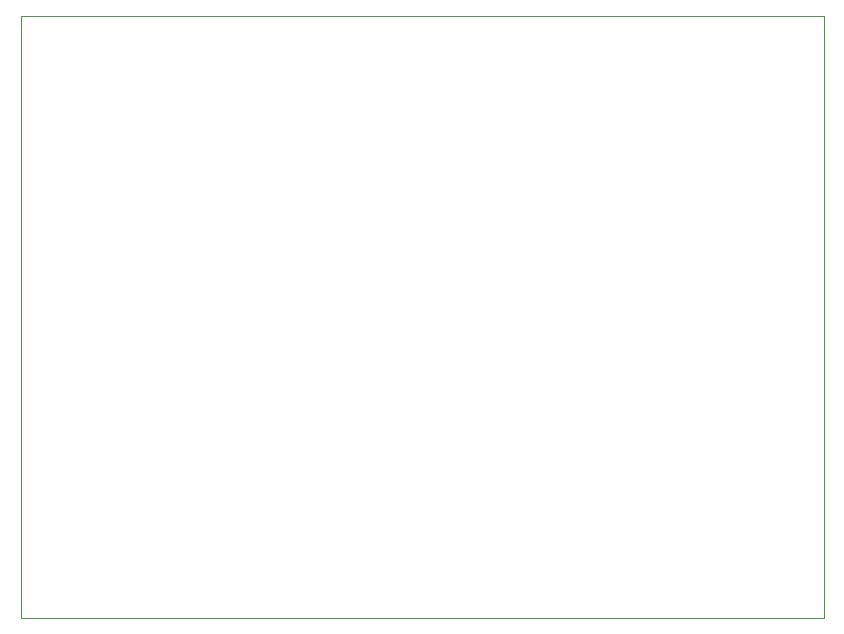
<source format=gbr>
%TF.GenerationSoftware,KiCad,Pcbnew,(6.0.0-0)*%
%TF.CreationDate,2022-01-07T12:45:36+01:00*%
%TF.ProjectId,TeensyTest,5465656e-7379-4546-9573-742e6b696361,rev?*%
%TF.SameCoordinates,Original*%
%TF.FileFunction,Profile,NP*%
%FSLAX46Y46*%
G04 Gerber Fmt 4.6, Leading zero omitted, Abs format (unit mm)*
G04 Created by KiCad (PCBNEW (6.0.0-0)) date 2022-01-07 12:45:36*
%MOMM*%
%LPD*%
G01*
G04 APERTURE LIST*
%TA.AperFunction,Profile*%
%ADD10C,0.100000*%
%TD*%
G04 APERTURE END LIST*
D10*
X119000000Y-85000000D02*
X187000000Y-85000000D01*
X187000000Y-85000000D02*
X187000000Y-136000000D01*
X187000000Y-136000000D02*
X119000000Y-136000000D01*
X119000000Y-136000000D02*
X119000000Y-85000000D01*
M02*

</source>
